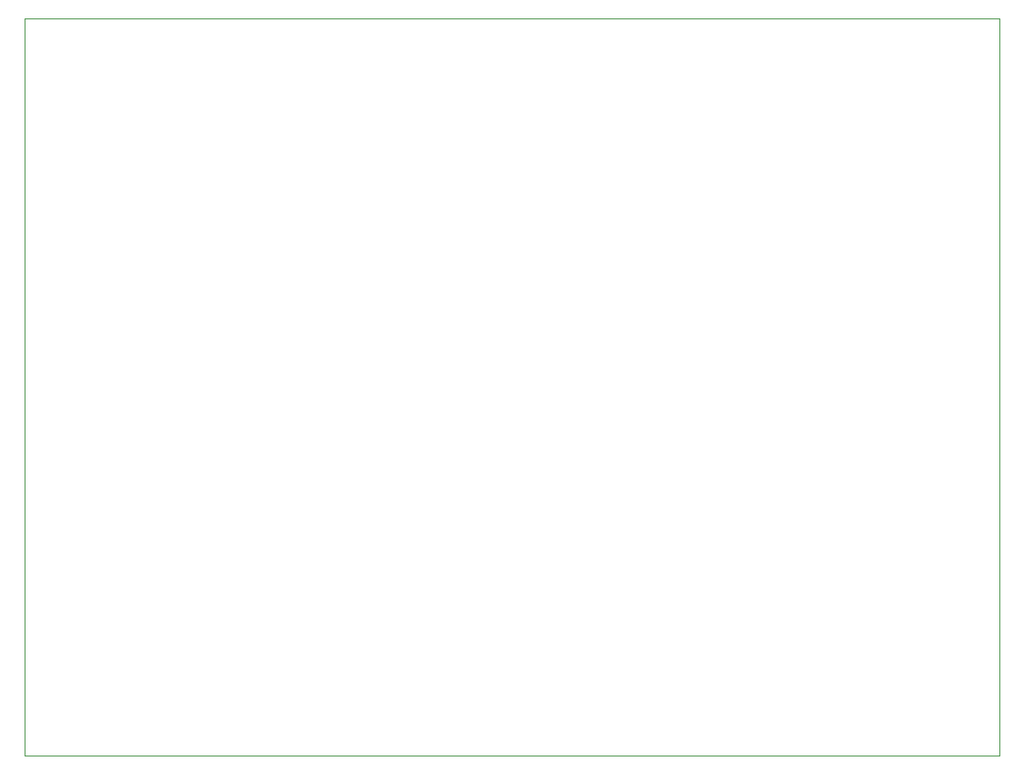
<source format=gbr>
%TF.GenerationSoftware,KiCad,Pcbnew,(5.1.9)-1*%
%TF.CreationDate,2022-07-09T16:27:42+09:00*%
%TF.ProjectId,Receiver,52656365-6976-4657-922e-6b696361645f,rev?*%
%TF.SameCoordinates,Original*%
%TF.FileFunction,Profile,NP*%
%FSLAX46Y46*%
G04 Gerber Fmt 4.6, Leading zero omitted, Abs format (unit mm)*
G04 Created by KiCad (PCBNEW (5.1.9)-1) date 2022-07-09 16:27:42*
%MOMM*%
%LPD*%
G01*
G04 APERTURE LIST*
%TA.AperFunction,Profile*%
%ADD10C,0.050000*%
%TD*%
G04 APERTURE END LIST*
D10*
X100330000Y-81280000D02*
X100330000Y-152400000D01*
X194310000Y-81280000D02*
X100330000Y-81280000D01*
X194310000Y-152400000D02*
X194310000Y-81280000D01*
X100330000Y-152400000D02*
X194310000Y-152400000D01*
M02*

</source>
